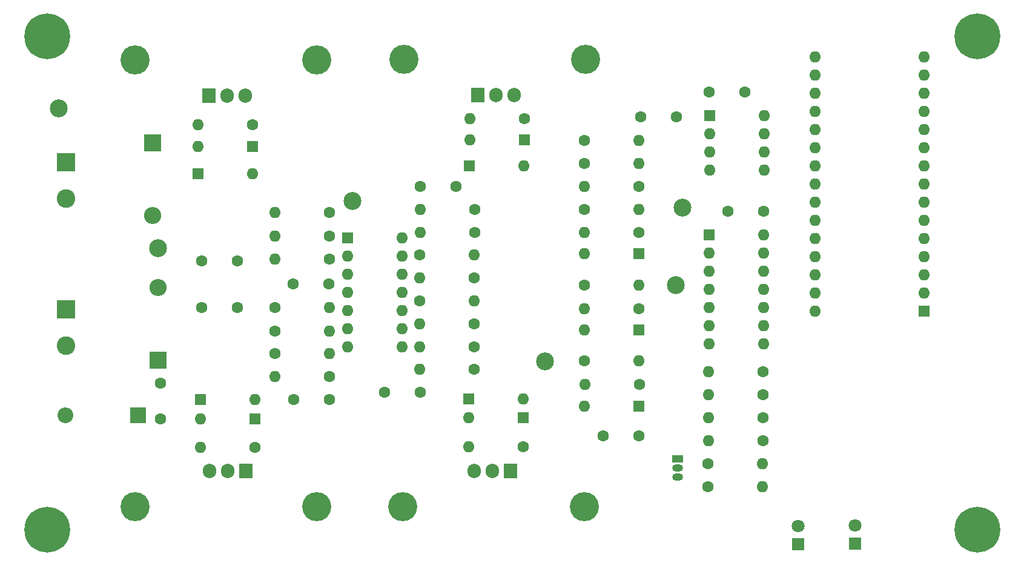
<source format=gbr>
%TF.GenerationSoftware,KiCad,Pcbnew,7.0.7*%
%TF.CreationDate,2023-10-10T01:29:58-06:00*%
%TF.ProjectId,USB_curve_tracer,5553425f-6375-4727-9665-5f7472616365,3*%
%TF.SameCoordinates,Original*%
%TF.FileFunction,Soldermask,Bot*%
%TF.FilePolarity,Negative*%
%FSLAX46Y46*%
G04 Gerber Fmt 4.6, Leading zero omitted, Abs format (unit mm)*
G04 Created by KiCad (PCBNEW 7.0.7) date 2023-10-10 01:29:58*
%MOMM*%
%LPD*%
G01*
G04 APERTURE LIST*
%ADD10R,1.600000X1.600000*%
%ADD11O,1.600000X1.600000*%
%ADD12C,1.600000*%
%ADD13R,1.800000X1.800000*%
%ADD14C,1.800000*%
%ADD15R,1.500000X1.050000*%
%ADD16O,1.500000X1.050000*%
%ADD17C,2.500000*%
%ADD18R,2.600000X2.600000*%
%ADD19C,2.600000*%
%ADD20R,1.905000X2.000000*%
%ADD21O,1.905000X2.000000*%
%ADD22C,4.064000*%
%ADD23C,0.800000*%
%ADD24C,6.400000*%
%ADD25R,2.400000X2.400000*%
%ADD26O,2.400000X2.400000*%
%ADD27R,2.200000X2.200000*%
%ADD28O,2.200000X2.200000*%
G04 APERTURE END LIST*
D10*
%TO.C,D13*%
X105040000Y-82190000D03*
D11*
X97420000Y-82190000D03*
%TD*%
D12*
%TO.C,C2*%
X159270000Y-78110000D03*
X164270000Y-78110000D03*
%TD*%
D13*
%TO.C,D6*%
X181270000Y-137810000D03*
D14*
X181270000Y-135270000D03*
%TD*%
D15*
%TO.C,U4*%
X164470000Y-125940000D03*
D16*
X164470000Y-127210000D03*
X164470000Y-128480000D03*
%TD*%
D10*
%TO.C,U3*%
X168850000Y-94590000D03*
D11*
X168850000Y-97130000D03*
X168850000Y-99670000D03*
X168850000Y-102210000D03*
X168850000Y-104750000D03*
X168850000Y-107290000D03*
X168850000Y-109830000D03*
X176470000Y-109830000D03*
X176470000Y-107290000D03*
X176470000Y-104750000D03*
X176470000Y-102210000D03*
X176470000Y-99670000D03*
X176470000Y-97130000D03*
X176470000Y-94590000D03*
%TD*%
D12*
%TO.C,R17*%
X128370000Y-103810000D03*
D11*
X135990000Y-103810000D03*
%TD*%
D12*
%TO.C,R7*%
X115740000Y-94710000D03*
D11*
X108120000Y-94710000D03*
%TD*%
D12*
%TO.C,R29*%
X151450000Y-112210000D03*
D11*
X159070000Y-112210000D03*
%TD*%
D17*
%TO.C,TP5*%
X77930000Y-76910000D03*
%TD*%
D12*
%TO.C,C6*%
X115670000Y-101410000D03*
X110670000Y-101410000D03*
%TD*%
%TO.C,R27*%
X176380000Y-113710000D03*
D11*
X168760000Y-113710000D03*
%TD*%
D18*
%TO.C,J1*%
X78967056Y-84427056D03*
D19*
X78967056Y-89507056D03*
%TD*%
D12*
%TO.C,R3*%
X115750000Y-114390000D03*
D11*
X108130000Y-114390000D03*
%TD*%
D12*
%TO.C,R8*%
X135990000Y-100610000D03*
D11*
X128370000Y-100610000D03*
%TD*%
D20*
%TO.C,Q3*%
X98950000Y-75090000D03*
D21*
X101490000Y-75090000D03*
X104030000Y-75090000D03*
%TD*%
D12*
%TO.C,R19*%
X136070000Y-91010000D03*
D11*
X128450000Y-91010000D03*
%TD*%
D12*
%TO.C,R34*%
X105030000Y-79190000D03*
D11*
X97410000Y-79190000D03*
%TD*%
D12*
%TO.C,R14*%
X135990000Y-113410000D03*
D11*
X128370000Y-113410000D03*
%TD*%
D12*
%TO.C,C11*%
X97930000Y-98210000D03*
X102930000Y-98210000D03*
%TD*%
D22*
%TO.C,HS4*%
X126030000Y-132570000D03*
X151430000Y-132570000D03*
%TD*%
D13*
%TO.C,D7*%
X189270000Y-137785000D03*
D14*
X189270000Y-135245000D03*
%TD*%
D12*
%TO.C,C3*%
X92170000Y-120310000D03*
X92170000Y-115310000D03*
%TD*%
D10*
%TO.C,D3*%
X159080000Y-107910000D03*
D11*
X151460000Y-107910000D03*
%TD*%
D12*
%TO.C,C9*%
X102930000Y-104710000D03*
X97930000Y-104710000D03*
%TD*%
D17*
%TO.C,TP6*%
X118970000Y-89810000D03*
%TD*%
D10*
%TO.C,D12*%
X97410000Y-85990000D03*
D11*
X105030000Y-85990000D03*
%TD*%
D12*
%TO.C,R30*%
X159090000Y-115510000D03*
D11*
X151470000Y-115510000D03*
%TD*%
D12*
%TO.C,R23*%
X151460000Y-91010000D03*
D11*
X159080000Y-91010000D03*
%TD*%
D10*
%TO.C,D10*%
X135360000Y-84910000D03*
D11*
X142980000Y-84910000D03*
%TD*%
D10*
%TO.C,D4*%
X159080000Y-97210000D03*
D11*
X151460000Y-97210000D03*
%TD*%
D22*
%TO.C,HS1*%
X88630000Y-70090000D03*
X114030000Y-70090000D03*
%TD*%
D12*
%TO.C,R25*%
X176380000Y-120110000D03*
D11*
X168760000Y-120110000D03*
%TD*%
D17*
%TO.C,TP2*%
X145930000Y-112310000D03*
%TD*%
D23*
%TO.C,H1*%
X73930000Y-66810000D03*
X74632944Y-65112944D03*
X74632944Y-68507056D03*
X76330000Y-64410000D03*
D24*
X76330000Y-66810000D03*
D23*
X76330000Y-69210000D03*
X78027056Y-65112944D03*
X78027056Y-68507056D03*
X78730000Y-66810000D03*
%TD*%
D22*
%TO.C,HS2*%
X88630000Y-132570000D03*
X114030000Y-132570000D03*
%TD*%
D23*
%TO.C,H4*%
X203930000Y-135810000D03*
X204632944Y-134112944D03*
X204632944Y-137507056D03*
X206330000Y-133410000D03*
D24*
X206330000Y-135810000D03*
D23*
X206330000Y-138210000D03*
X208027056Y-134112944D03*
X208027056Y-137507056D03*
X208730000Y-135810000D03*
%TD*%
D12*
%TO.C,R1*%
X151460000Y-81410000D03*
D11*
X159080000Y-81410000D03*
%TD*%
D23*
%TO.C,H2*%
X73930000Y-135810000D03*
X74632944Y-134112944D03*
X74632944Y-137507056D03*
X76330000Y-133410000D03*
D24*
X76330000Y-135810000D03*
D23*
X76330000Y-138210000D03*
X78027056Y-134112944D03*
X78027056Y-137507056D03*
X78730000Y-135810000D03*
%TD*%
D10*
%TO.C,D5*%
X159080000Y-118510000D03*
D11*
X151460000Y-118510000D03*
%TD*%
D12*
%TO.C,R32*%
X108120000Y-108010000D03*
D11*
X115740000Y-108010000D03*
%TD*%
D12*
%TO.C,C1*%
X176470000Y-91270000D03*
X171470000Y-91270000D03*
%TD*%
%TO.C,R28*%
X159080000Y-94210000D03*
D11*
X151460000Y-94210000D03*
%TD*%
D10*
%TO.C,U2*%
X118330000Y-95030000D03*
D11*
X118330000Y-97570000D03*
X118330000Y-100110000D03*
X118330000Y-102650000D03*
X118330000Y-105190000D03*
X118330000Y-107730000D03*
X118330000Y-110270000D03*
X125950000Y-110270000D03*
X125950000Y-107730000D03*
X125950000Y-105190000D03*
X125950000Y-102650000D03*
X125950000Y-100110000D03*
X125950000Y-97570000D03*
X125950000Y-95030000D03*
%TD*%
D12*
%TO.C,C10*%
X159070000Y-122710000D03*
X154070000Y-122710000D03*
%TD*%
%TO.C,C4*%
X115770000Y-117610000D03*
X110770000Y-117610000D03*
%TD*%
D20*
%TO.C,Q2*%
X141110000Y-127625000D03*
D21*
X138570000Y-127625000D03*
X136030000Y-127625000D03*
%TD*%
D12*
%TO.C,R10*%
X128370000Y-97410000D03*
D11*
X135990000Y-97410000D03*
%TD*%
D12*
%TO.C,R9*%
X115750000Y-91410000D03*
D11*
X108130000Y-91410000D03*
%TD*%
D12*
%TO.C,R20*%
X159080000Y-104910000D03*
D11*
X151460000Y-104910000D03*
%TD*%
D25*
%TO.C,D2*%
X91030000Y-81730000D03*
D26*
X91030000Y-91890000D03*
%TD*%
D12*
%TO.C,R16*%
X135980000Y-107010000D03*
D11*
X128360000Y-107010000D03*
%TD*%
D10*
%TO.C,D15*%
X105340000Y-120290000D03*
D11*
X97720000Y-120290000D03*
%TD*%
D10*
%TO.C,A1*%
X198940000Y-105210000D03*
D11*
X198940000Y-102670000D03*
X198940000Y-100130000D03*
X198940000Y-97590000D03*
X198940000Y-95050000D03*
X198940000Y-92510000D03*
X198940000Y-89970000D03*
X198940000Y-87430000D03*
X198940000Y-84890000D03*
X198940000Y-82350000D03*
X198940000Y-79810000D03*
X198940000Y-77270000D03*
X198940000Y-74730000D03*
X198940000Y-72190000D03*
X198940000Y-69650000D03*
X183700000Y-69650000D03*
X183700000Y-72190000D03*
X183700000Y-74730000D03*
X183700000Y-77270000D03*
X183700000Y-79810000D03*
X183700000Y-82350000D03*
X183700000Y-84890000D03*
X183700000Y-87430000D03*
X183700000Y-89970000D03*
X183700000Y-92510000D03*
X183700000Y-95050000D03*
X183700000Y-97590000D03*
X183700000Y-100130000D03*
X183700000Y-102670000D03*
X183700000Y-105210000D03*
%TD*%
D10*
%TO.C,U1*%
X168950000Y-77895000D03*
D11*
X168950000Y-80435000D03*
X168950000Y-82975000D03*
X168950000Y-85515000D03*
X176570000Y-85515000D03*
X176570000Y-82975000D03*
X176570000Y-80435000D03*
X176570000Y-77895000D03*
%TD*%
D12*
%TO.C,R26*%
X176380000Y-116910000D03*
D11*
X168760000Y-116910000D03*
%TD*%
D10*
%TO.C,D9*%
X142840000Y-120190000D03*
D11*
X135220000Y-120190000D03*
%TD*%
D23*
%TO.C,H3*%
X203930000Y-66810000D03*
X204632944Y-65112944D03*
X204632944Y-68507056D03*
X206330000Y-64410000D03*
D24*
X206330000Y-66810000D03*
D23*
X206330000Y-69210000D03*
X208027056Y-65112944D03*
X208027056Y-68507056D03*
X208730000Y-66810000D03*
%TD*%
D22*
%TO.C,HS3*%
X126230000Y-70060000D03*
X151630000Y-70060000D03*
%TD*%
D12*
%TO.C,R18*%
X136070000Y-94210000D03*
D11*
X128450000Y-94210000D03*
%TD*%
D17*
%TO.C,TP1*%
X91830000Y-96410000D03*
%TD*%
D12*
%TO.C,R24*%
X176380000Y-123410000D03*
D11*
X168760000Y-123410000D03*
%TD*%
D12*
%TO.C,R33*%
X108120000Y-104710000D03*
D11*
X115740000Y-104710000D03*
%TD*%
D12*
%TO.C,R15*%
X135980000Y-110210000D03*
D11*
X128360000Y-110210000D03*
%TD*%
D17*
%TO.C,TP3*%
X165170000Y-90810000D03*
%TD*%
D10*
%TO.C,D14*%
X97720000Y-117590000D03*
D11*
X105340000Y-117590000D03*
%TD*%
D10*
%TO.C,D8*%
X143080000Y-81310000D03*
D11*
X135460000Y-81310000D03*
%TD*%
D10*
%TO.C,D11*%
X135220000Y-117490000D03*
D11*
X142840000Y-117490000D03*
%TD*%
D12*
%TO.C,R12*%
X168720000Y-126610000D03*
D11*
X176340000Y-126610000D03*
%TD*%
D20*
%TO.C,Q1*%
X136490000Y-75035000D03*
D21*
X139030000Y-75035000D03*
X141570000Y-75035000D03*
%TD*%
D12*
%TO.C,R4*%
X143080000Y-78310000D03*
D11*
X135460000Y-78310000D03*
%TD*%
D12*
%TO.C,R31*%
X142840000Y-124190000D03*
D11*
X135220000Y-124190000D03*
%TD*%
D12*
%TO.C,C7*%
X133490000Y-87830000D03*
X128490000Y-87830000D03*
%TD*%
%TO.C,R6*%
X115750000Y-98010000D03*
D11*
X108130000Y-98010000D03*
%TD*%
D27*
%TO.C,D16*%
X89050000Y-119810000D03*
D28*
X78890000Y-119810000D03*
%TD*%
D12*
%TO.C,C8*%
X123470000Y-116610000D03*
X128470000Y-116610000D03*
%TD*%
%TO.C,R2*%
X108120000Y-111190000D03*
D11*
X115740000Y-111190000D03*
%TD*%
D25*
%TO.C,D1*%
X91830000Y-112090000D03*
D26*
X91830000Y-101930000D03*
%TD*%
D17*
%TO.C,TP4*%
X164170000Y-101610000D03*
%TD*%
D12*
%TO.C,R21*%
X151460000Y-84610000D03*
D11*
X159080000Y-84610000D03*
%TD*%
D12*
%TO.C,R5*%
X151460000Y-101610000D03*
D11*
X159080000Y-101610000D03*
%TD*%
D18*
%TO.C,J2*%
X78967056Y-104962056D03*
D19*
X78967056Y-110042056D03*
%TD*%
D12*
%TO.C,R35*%
X105340000Y-124290000D03*
D11*
X97720000Y-124290000D03*
%TD*%
D12*
%TO.C,R11*%
X168720000Y-129810000D03*
D11*
X176340000Y-129810000D03*
%TD*%
D12*
%TO.C,C5*%
X168850000Y-74595000D03*
X173850000Y-74595000D03*
%TD*%
%TO.C,R22*%
X159080000Y-87810000D03*
D11*
X151460000Y-87810000D03*
%TD*%
D20*
%TO.C,Q4*%
X104110000Y-127570000D03*
D21*
X101570000Y-127570000D03*
X99030000Y-127570000D03*
%TD*%
M02*

</source>
